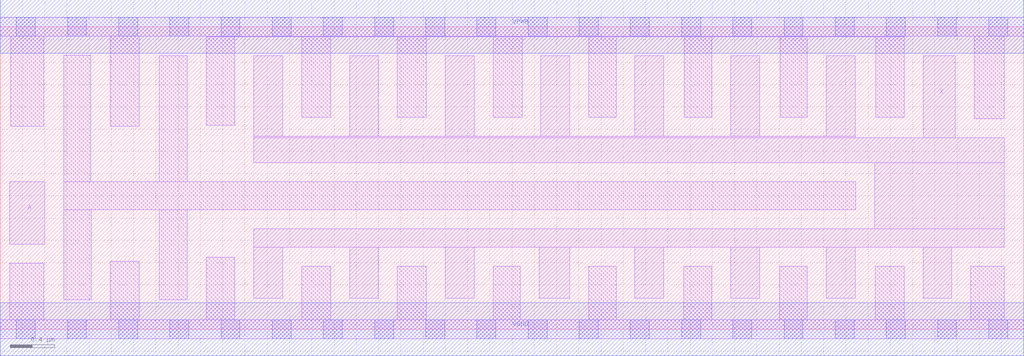
<source format=lef>
# Copyright 2020 The SkyWater PDK Authors
#
# Licensed under the Apache License, Version 2.0 (the "License");
# you may not use this file except in compliance with the License.
# You may obtain a copy of the License at
#
#     https://www.apache.org/licenses/LICENSE-2.0
#
# Unless required by applicable law or agreed to in writing, software
# distributed under the License is distributed on an "AS IS" BASIS,
# WITHOUT WARRANTIES OR CONDITIONS OF ANY KIND, either express or implied.
# See the License for the specific language governing permissions and
# limitations under the License.
#
# SPDX-License-Identifier: Apache-2.0

VERSION 5.7 ;
  NOWIREEXTENSIONATPIN ON ;
  DIVIDERCHAR "/" ;
  BUSBITCHARS "[]" ;
UNITS
  DATABASE MICRONS 200 ;
END UNITS
MACRO sky130_fd_sc_hd__clkbuf_16
  CLASS CORE ;
  FOREIGN sky130_fd_sc_hd__clkbuf_16 ;
  ORIGIN  0.000000  0.000000 ;
  SIZE  9.200000 BY  2.720000 ;
  SYMMETRY X Y R90 ;
  SITE unithd ;
  PIN A
    ANTENNAGATEAREA  0.852000 ;
    DIRECTION INPUT ;
    USE SIGNAL ;
    PORT
      LAYER li1 ;
        RECT 0.085000 0.765000 0.400000 1.325000 ;
    END
  END A
  PIN X
    ANTENNADIFFAREA  3.180800 ;
    DIRECTION OUTPUT ;
    USE SIGNAL ;
    PORT
      LAYER li1 ;
        RECT 2.280000 0.280000 2.540000 0.735000 ;
        RECT 2.280000 0.735000 9.025000 0.905000 ;
        RECT 2.280000 1.495000 9.025000 1.720000 ;
        RECT 2.280000 1.720000 7.685000 1.735000 ;
        RECT 2.280000 1.735000 2.540000 2.460000 ;
        RECT 3.140000 0.280000 3.400000 0.735000 ;
        RECT 3.140000 1.735000 3.400000 2.460000 ;
        RECT 4.000000 0.280000 4.260000 0.735000 ;
        RECT 4.000000 1.735000 4.260000 2.460000 ;
        RECT 4.845000 0.280000 5.120000 0.735000 ;
        RECT 4.860000 1.735000 5.120000 2.460000 ;
        RECT 5.705000 0.280000 5.965000 0.735000 ;
        RECT 5.705000 1.735000 5.965000 2.460000 ;
        RECT 6.565000 0.280000 6.825000 0.735000 ;
        RECT 6.565000 1.735000 6.825000 2.460000 ;
        RECT 7.425000 0.280000 7.685000 0.735000 ;
        RECT 7.425000 1.735000 7.685000 2.460000 ;
        RECT 7.860000 0.905000 9.025000 1.495000 ;
        RECT 8.295000 0.280000 8.555000 0.735000 ;
        RECT 8.295000 1.720000 8.585000 2.460000 ;
    END
  END X
  PIN VGND
    DIRECTION INOUT ;
    SHAPE ABUTMENT ;
    USE GROUND ;
    PORT
      LAYER met1 ;
        RECT 0.000000 -0.240000 9.200000 0.240000 ;
    END
  END VGND
  PIN VPWR
    DIRECTION INOUT ;
    SHAPE ABUTMENT ;
    USE POWER ;
    PORT
      LAYER met1 ;
        RECT 0.000000 2.480000 9.200000 2.960000 ;
    END
  END VPWR
  OBS
    LAYER li1 ;
      RECT 0.000000 -0.085000 9.200000 0.085000 ;
      RECT 0.000000  2.635000 9.200000 2.805000 ;
      RECT 0.085000  0.085000 0.390000 0.595000 ;
      RECT 0.095000  1.825000 0.390000 2.635000 ;
      RECT 0.570000  0.265000 0.820000 1.075000 ;
      RECT 0.570000  1.075000 7.690000 1.325000 ;
      RECT 0.570000  1.325000 0.815000 2.465000 ;
      RECT 0.990000  0.085000 1.250000 0.610000 ;
      RECT 0.990000  1.825000 1.250000 2.635000 ;
      RECT 1.430000  0.265000 1.680000 1.075000 ;
      RECT 1.430000  1.325000 1.680000 2.460000 ;
      RECT 1.850000  0.085000 2.110000 0.645000 ;
      RECT 1.850000  1.835000 2.110000 2.630000 ;
      RECT 1.850000  2.630000 8.125000 2.635000 ;
      RECT 2.710000  0.085000 2.970000 0.565000 ;
      RECT 2.710000  1.905000 2.970000 2.630000 ;
      RECT 3.570000  0.085000 3.830000 0.565000 ;
      RECT 3.570000  1.905000 3.830000 2.630000 ;
      RECT 4.430000  0.085000 4.675000 0.565000 ;
      RECT 4.430000  1.905000 4.690000 2.630000 ;
      RECT 5.290000  0.085000 5.535000 0.565000 ;
      RECT 5.290000  1.905000 5.535000 2.630000 ;
      RECT 6.145000  0.085000 6.395000 0.565000 ;
      RECT 6.150000  1.905000 6.395000 2.630000 ;
      RECT 7.005000  0.085000 7.255000 0.565000 ;
      RECT 7.010000  1.905000 7.255000 2.630000 ;
      RECT 7.865000  0.085000 8.125000 0.565000 ;
      RECT 7.870000  1.905000 8.125000 2.630000 ;
      RECT 8.725000  0.085000 9.025000 0.565000 ;
      RECT 8.755000  1.890000 9.025000 2.635000 ;
    LAYER mcon ;
      RECT 0.145000 -0.085000 0.315000 0.085000 ;
      RECT 0.145000  2.635000 0.315000 2.805000 ;
      RECT 0.605000 -0.085000 0.775000 0.085000 ;
      RECT 0.605000  2.635000 0.775000 2.805000 ;
      RECT 1.065000 -0.085000 1.235000 0.085000 ;
      RECT 1.065000  2.635000 1.235000 2.805000 ;
      RECT 1.525000 -0.085000 1.695000 0.085000 ;
      RECT 1.525000  2.635000 1.695000 2.805000 ;
      RECT 1.985000 -0.085000 2.155000 0.085000 ;
      RECT 1.985000  2.635000 2.155000 2.805000 ;
      RECT 2.445000 -0.085000 2.615000 0.085000 ;
      RECT 2.445000  2.635000 2.615000 2.805000 ;
      RECT 2.905000 -0.085000 3.075000 0.085000 ;
      RECT 2.905000  2.635000 3.075000 2.805000 ;
      RECT 3.365000 -0.085000 3.535000 0.085000 ;
      RECT 3.365000  2.635000 3.535000 2.805000 ;
      RECT 3.825000 -0.085000 3.995000 0.085000 ;
      RECT 3.825000  2.635000 3.995000 2.805000 ;
      RECT 4.285000 -0.085000 4.455000 0.085000 ;
      RECT 4.285000  2.635000 4.455000 2.805000 ;
      RECT 4.745000 -0.085000 4.915000 0.085000 ;
      RECT 4.745000  2.635000 4.915000 2.805000 ;
      RECT 5.205000 -0.085000 5.375000 0.085000 ;
      RECT 5.205000  2.635000 5.375000 2.805000 ;
      RECT 5.665000 -0.085000 5.835000 0.085000 ;
      RECT 5.665000  2.635000 5.835000 2.805000 ;
      RECT 6.125000 -0.085000 6.295000 0.085000 ;
      RECT 6.125000  2.635000 6.295000 2.805000 ;
      RECT 6.585000 -0.085000 6.755000 0.085000 ;
      RECT 6.585000  2.635000 6.755000 2.805000 ;
      RECT 7.045000 -0.085000 7.215000 0.085000 ;
      RECT 7.045000  2.635000 7.215000 2.805000 ;
      RECT 7.505000 -0.085000 7.675000 0.085000 ;
      RECT 7.505000  2.635000 7.675000 2.805000 ;
      RECT 7.965000 -0.085000 8.135000 0.085000 ;
      RECT 7.965000  2.635000 8.135000 2.805000 ;
      RECT 8.425000 -0.085000 8.595000 0.085000 ;
      RECT 8.425000  2.635000 8.595000 2.805000 ;
      RECT 8.885000 -0.085000 9.055000 0.085000 ;
      RECT 8.885000  2.635000 9.055000 2.805000 ;
  END
END sky130_fd_sc_hd__clkbuf_16
END LIBRARY

</source>
